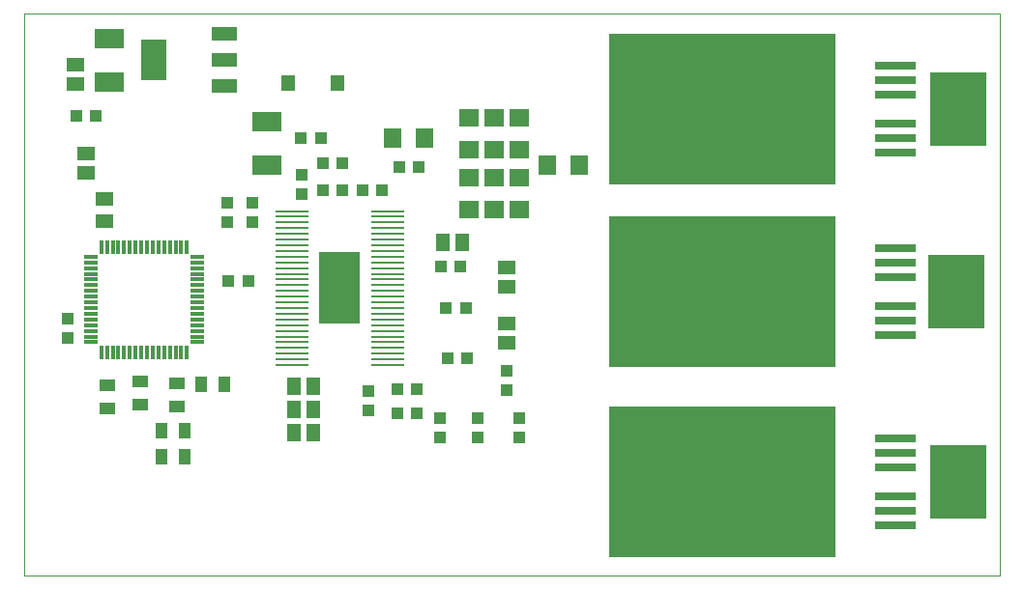
<source format=gtp>
G75*
%MOIN*%
%OFA0B0*%
%FSLAX25Y25*%
%IPPOS*%
%LPD*%
%AMOC8*
5,1,8,0,0,1.08239X$1,22.5*
%
%ADD10C,0.00000*%
%ADD11R,0.05118X0.05906*%
%ADD12R,0.06299X0.07087*%
%ADD13R,0.07087X0.06299*%
%ADD14R,0.05906X0.05118*%
%ADD15R,0.09843X0.06693*%
%ADD16R,0.03937X0.04331*%
%ADD17R,0.04331X0.03937*%
%ADD18R,0.05000X0.05787*%
%ADD19R,0.04331X0.05512*%
%ADD20R,0.05512X0.04331*%
%ADD21R,0.06299X0.05118*%
%ADD22R,0.78000X0.52000*%
%ADD23R,0.14000X0.02800*%
%ADD24R,0.08800X0.04800*%
%ADD25R,0.08661X0.14173*%
%ADD26R,0.19200X0.25400*%
%ADD27R,0.11575X0.01063*%
%ADD28R,0.14213X0.25000*%
%ADD29R,0.04724X0.01181*%
%ADD30R,0.01181X0.04724*%
D10*
X0047976Y0001000D02*
X0047976Y0195000D01*
X0384226Y0195000D01*
X0384226Y0001000D01*
X0047976Y0001000D01*
X0152789Y0100375D02*
X0152791Y0100500D01*
X0152797Y0100625D01*
X0152807Y0100749D01*
X0152821Y0100873D01*
X0152838Y0100997D01*
X0152860Y0101120D01*
X0152886Y0101242D01*
X0152915Y0101364D01*
X0152948Y0101484D01*
X0152986Y0101603D01*
X0153026Y0101722D01*
X0153071Y0101838D01*
X0153119Y0101953D01*
X0153171Y0102067D01*
X0153227Y0102179D01*
X0153286Y0102289D01*
X0153348Y0102397D01*
X0153414Y0102504D01*
X0153483Y0102608D01*
X0153556Y0102709D01*
X0153631Y0102809D01*
X0153710Y0102906D01*
X0153792Y0103000D01*
X0153877Y0103092D01*
X0153964Y0103181D01*
X0154055Y0103267D01*
X0154148Y0103350D01*
X0154244Y0103431D01*
X0154342Y0103508D01*
X0154442Y0103582D01*
X0154545Y0103653D01*
X0154650Y0103720D01*
X0154758Y0103785D01*
X0154867Y0103845D01*
X0154978Y0103903D01*
X0155091Y0103956D01*
X0155205Y0104006D01*
X0155321Y0104053D01*
X0155438Y0104095D01*
X0155557Y0104134D01*
X0155677Y0104170D01*
X0155798Y0104201D01*
X0155920Y0104229D01*
X0156042Y0104252D01*
X0156166Y0104272D01*
X0156290Y0104288D01*
X0156414Y0104300D01*
X0156539Y0104308D01*
X0156664Y0104312D01*
X0156788Y0104312D01*
X0156913Y0104308D01*
X0157038Y0104300D01*
X0157162Y0104288D01*
X0157286Y0104272D01*
X0157410Y0104252D01*
X0157532Y0104229D01*
X0157654Y0104201D01*
X0157775Y0104170D01*
X0157895Y0104134D01*
X0158014Y0104095D01*
X0158131Y0104053D01*
X0158247Y0104006D01*
X0158361Y0103956D01*
X0158474Y0103903D01*
X0158585Y0103845D01*
X0158695Y0103785D01*
X0158802Y0103720D01*
X0158907Y0103653D01*
X0159010Y0103582D01*
X0159110Y0103508D01*
X0159208Y0103431D01*
X0159304Y0103350D01*
X0159397Y0103267D01*
X0159488Y0103181D01*
X0159575Y0103092D01*
X0159660Y0103000D01*
X0159742Y0102906D01*
X0159821Y0102809D01*
X0159896Y0102709D01*
X0159969Y0102608D01*
X0160038Y0102504D01*
X0160104Y0102397D01*
X0160166Y0102289D01*
X0160225Y0102179D01*
X0160281Y0102067D01*
X0160333Y0101953D01*
X0160381Y0101838D01*
X0160426Y0101722D01*
X0160466Y0101603D01*
X0160504Y0101484D01*
X0160537Y0101364D01*
X0160566Y0101242D01*
X0160592Y0101120D01*
X0160614Y0100997D01*
X0160631Y0100873D01*
X0160645Y0100749D01*
X0160655Y0100625D01*
X0160661Y0100500D01*
X0160663Y0100375D01*
X0160661Y0100250D01*
X0160655Y0100125D01*
X0160645Y0100001D01*
X0160631Y0099877D01*
X0160614Y0099753D01*
X0160592Y0099630D01*
X0160566Y0099508D01*
X0160537Y0099386D01*
X0160504Y0099266D01*
X0160466Y0099147D01*
X0160426Y0099028D01*
X0160381Y0098912D01*
X0160333Y0098797D01*
X0160281Y0098683D01*
X0160225Y0098571D01*
X0160166Y0098461D01*
X0160104Y0098353D01*
X0160038Y0098246D01*
X0159969Y0098142D01*
X0159896Y0098041D01*
X0159821Y0097941D01*
X0159742Y0097844D01*
X0159660Y0097750D01*
X0159575Y0097658D01*
X0159488Y0097569D01*
X0159397Y0097483D01*
X0159304Y0097400D01*
X0159208Y0097319D01*
X0159110Y0097242D01*
X0159010Y0097168D01*
X0158907Y0097097D01*
X0158802Y0097030D01*
X0158694Y0096965D01*
X0158585Y0096905D01*
X0158474Y0096847D01*
X0158361Y0096794D01*
X0158247Y0096744D01*
X0158131Y0096697D01*
X0158014Y0096655D01*
X0157895Y0096616D01*
X0157775Y0096580D01*
X0157654Y0096549D01*
X0157532Y0096521D01*
X0157410Y0096498D01*
X0157286Y0096478D01*
X0157162Y0096462D01*
X0157038Y0096450D01*
X0156913Y0096442D01*
X0156788Y0096438D01*
X0156664Y0096438D01*
X0156539Y0096442D01*
X0156414Y0096450D01*
X0156290Y0096462D01*
X0156166Y0096478D01*
X0156042Y0096498D01*
X0155920Y0096521D01*
X0155798Y0096549D01*
X0155677Y0096580D01*
X0155557Y0096616D01*
X0155438Y0096655D01*
X0155321Y0096697D01*
X0155205Y0096744D01*
X0155091Y0096794D01*
X0154978Y0096847D01*
X0154867Y0096905D01*
X0154757Y0096965D01*
X0154650Y0097030D01*
X0154545Y0097097D01*
X0154442Y0097168D01*
X0154342Y0097242D01*
X0154244Y0097319D01*
X0154148Y0097400D01*
X0154055Y0097483D01*
X0153964Y0097569D01*
X0153877Y0097658D01*
X0153792Y0097750D01*
X0153710Y0097844D01*
X0153631Y0097941D01*
X0153556Y0098041D01*
X0153483Y0098142D01*
X0153414Y0098246D01*
X0153348Y0098353D01*
X0153286Y0098461D01*
X0153227Y0098571D01*
X0153171Y0098683D01*
X0153119Y0098797D01*
X0153071Y0098912D01*
X0153026Y0099028D01*
X0152986Y0099147D01*
X0152948Y0099266D01*
X0152915Y0099386D01*
X0152886Y0099508D01*
X0152860Y0099630D01*
X0152838Y0099753D01*
X0152821Y0099877D01*
X0152807Y0100001D01*
X0152797Y0100125D01*
X0152791Y0100250D01*
X0152789Y0100375D01*
D11*
X0192129Y0116000D03*
X0198822Y0116000D03*
X0147572Y0066625D03*
X0140879Y0066625D03*
X0140879Y0058500D03*
X0147572Y0058500D03*
X0147572Y0050375D03*
X0140879Y0050375D03*
D12*
X0228089Y0142875D03*
X0239112Y0142875D03*
X0185987Y0152250D03*
X0174964Y0152250D03*
D13*
X0201101Y0147988D03*
X0209851Y0147988D03*
X0218601Y0147988D03*
X0218601Y0138387D03*
X0209851Y0138387D03*
X0201101Y0138387D03*
X0201101Y0127363D03*
X0209851Y0127363D03*
X0218601Y0127363D03*
X0218601Y0159012D03*
X0209851Y0159012D03*
X0201101Y0159012D03*
D14*
X0214226Y0107471D03*
X0214226Y0100779D03*
X0214226Y0088096D03*
X0214226Y0081404D03*
X0069226Y0140154D03*
X0069226Y0146846D03*
X0065476Y0170779D03*
X0065476Y0177471D03*
D15*
X0077351Y0171645D03*
X0077351Y0186605D03*
X0131726Y0157855D03*
X0131726Y0142895D03*
D16*
X0143379Y0152250D03*
X0150072Y0152250D03*
X0150879Y0143500D03*
X0157572Y0143500D03*
X0157572Y0134125D03*
X0150879Y0134125D03*
X0164629Y0134125D03*
X0171322Y0134125D03*
X0177129Y0142250D03*
X0183822Y0142250D03*
X0191504Y0107875D03*
X0198197Y0107875D03*
X0200072Y0093500D03*
X0193379Y0093500D03*
X0194004Y0076000D03*
X0200697Y0076000D03*
X0183197Y0057250D03*
X0176504Y0057250D03*
X0191101Y0055596D03*
X0191101Y0048904D03*
X0062976Y0083279D03*
X0062976Y0089971D03*
X0065879Y0159750D03*
X0072572Y0159750D03*
D17*
X0117976Y0129971D03*
X0126726Y0129971D03*
X0126726Y0123279D03*
X0117976Y0123279D03*
X0143601Y0132654D03*
X0143601Y0139346D03*
X0125072Y0102875D03*
X0118379Y0102875D03*
X0166726Y0064971D03*
X0176504Y0065375D03*
X0183197Y0065375D03*
X0166726Y0058279D03*
X0204226Y0055596D03*
X0218601Y0055596D03*
X0218601Y0048904D03*
X0204226Y0048904D03*
X0214226Y0065154D03*
X0214226Y0071846D03*
D18*
X0155815Y0171000D03*
X0138886Y0171000D03*
D19*
X0116913Y0067250D03*
X0109039Y0067250D03*
X0103163Y0051000D03*
X0095289Y0051000D03*
X0095289Y0042250D03*
X0103163Y0042250D03*
D20*
X0100476Y0059563D03*
X0100476Y0067437D03*
X0087976Y0068062D03*
X0076726Y0066812D03*
X0076726Y0058938D03*
X0087976Y0060188D03*
D21*
X0075476Y0123510D03*
X0075476Y0130990D03*
D22*
X0288601Y0162250D03*
X0288601Y0099125D03*
X0288601Y0033500D03*
D23*
X0348151Y0028500D03*
X0348151Y0023500D03*
X0348151Y0018500D03*
X0348151Y0038500D03*
X0348151Y0043500D03*
X0348151Y0048500D03*
X0348151Y0084125D03*
X0348151Y0089125D03*
X0348151Y0094125D03*
X0348151Y0104125D03*
X0348151Y0109125D03*
X0348151Y0114125D03*
X0348151Y0147250D03*
X0348151Y0152250D03*
X0348151Y0157250D03*
X0348151Y0167250D03*
X0348151Y0172250D03*
X0348151Y0177250D03*
D24*
X0117051Y0179125D03*
X0117051Y0170025D03*
X0117051Y0188225D03*
D25*
X0092650Y0179125D03*
D26*
X0369226Y0099125D03*
X0369851Y0162250D03*
X0369851Y0033500D03*
D27*
X0173327Y0073800D03*
X0173327Y0075769D03*
X0173327Y0077737D03*
X0173327Y0079706D03*
X0173327Y0081674D03*
X0173327Y0083643D03*
X0173327Y0085611D03*
X0173327Y0087580D03*
X0173327Y0089548D03*
X0173327Y0091517D03*
X0173327Y0093485D03*
X0173327Y0095454D03*
X0173327Y0097422D03*
X0173327Y0099391D03*
X0173327Y0101359D03*
X0173327Y0103328D03*
X0173327Y0105296D03*
X0173327Y0107265D03*
X0173327Y0109233D03*
X0173327Y0111202D03*
X0173327Y0113170D03*
X0173327Y0115139D03*
X0173327Y0117107D03*
X0173327Y0119076D03*
X0173327Y0121044D03*
X0173327Y0123013D03*
X0173327Y0124981D03*
X0173327Y0126950D03*
X0140321Y0126950D03*
X0140321Y0124981D03*
X0140321Y0123013D03*
X0140321Y0121044D03*
X0140321Y0119076D03*
X0140321Y0117107D03*
X0140321Y0115139D03*
X0140321Y0113170D03*
X0140321Y0111202D03*
X0140321Y0109233D03*
X0140321Y0107265D03*
X0140321Y0105296D03*
X0140321Y0103328D03*
X0140321Y0101359D03*
X0140321Y0099391D03*
X0140321Y0097422D03*
X0140321Y0095454D03*
X0140321Y0093485D03*
X0140321Y0091517D03*
X0140321Y0089548D03*
X0140321Y0087580D03*
X0140321Y0085611D03*
X0140321Y0083643D03*
X0140321Y0081674D03*
X0140321Y0079706D03*
X0140321Y0077737D03*
X0140321Y0075769D03*
X0140321Y0073800D03*
D28*
X0156726Y0100375D03*
D29*
X0107464Y0101349D03*
X0107464Y0099381D03*
X0107464Y0097412D03*
X0107464Y0095444D03*
X0107464Y0093475D03*
X0107464Y0091507D03*
X0107464Y0089538D03*
X0107464Y0087570D03*
X0107464Y0085601D03*
X0107464Y0083633D03*
X0107464Y0081664D03*
X0071047Y0081664D03*
X0071047Y0083633D03*
X0071047Y0085601D03*
X0071047Y0087570D03*
X0071047Y0089538D03*
X0071047Y0091507D03*
X0071047Y0093475D03*
X0071047Y0095444D03*
X0071047Y0097412D03*
X0071047Y0099381D03*
X0071047Y0101349D03*
X0071047Y0103318D03*
X0071047Y0105286D03*
X0071047Y0107255D03*
X0071047Y0109223D03*
X0071047Y0111192D03*
X0107464Y0111192D03*
X0107464Y0109223D03*
X0107464Y0107255D03*
X0107464Y0105286D03*
X0107464Y0103318D03*
D30*
X0104019Y0114637D03*
X0102050Y0114637D03*
X0100082Y0114637D03*
X0098113Y0114637D03*
X0096145Y0114637D03*
X0094176Y0114637D03*
X0092208Y0114637D03*
X0090239Y0114637D03*
X0088271Y0114637D03*
X0086302Y0114637D03*
X0084334Y0114637D03*
X0082365Y0114637D03*
X0080397Y0114637D03*
X0078428Y0114637D03*
X0076460Y0114637D03*
X0074491Y0114637D03*
X0074491Y0078219D03*
X0076460Y0078219D03*
X0078428Y0078219D03*
X0080397Y0078219D03*
X0082365Y0078219D03*
X0084334Y0078219D03*
X0086302Y0078219D03*
X0088271Y0078219D03*
X0090239Y0078219D03*
X0092208Y0078219D03*
X0094176Y0078219D03*
X0096145Y0078219D03*
X0098113Y0078219D03*
X0100082Y0078219D03*
X0102050Y0078219D03*
X0104019Y0078219D03*
M02*

</source>
